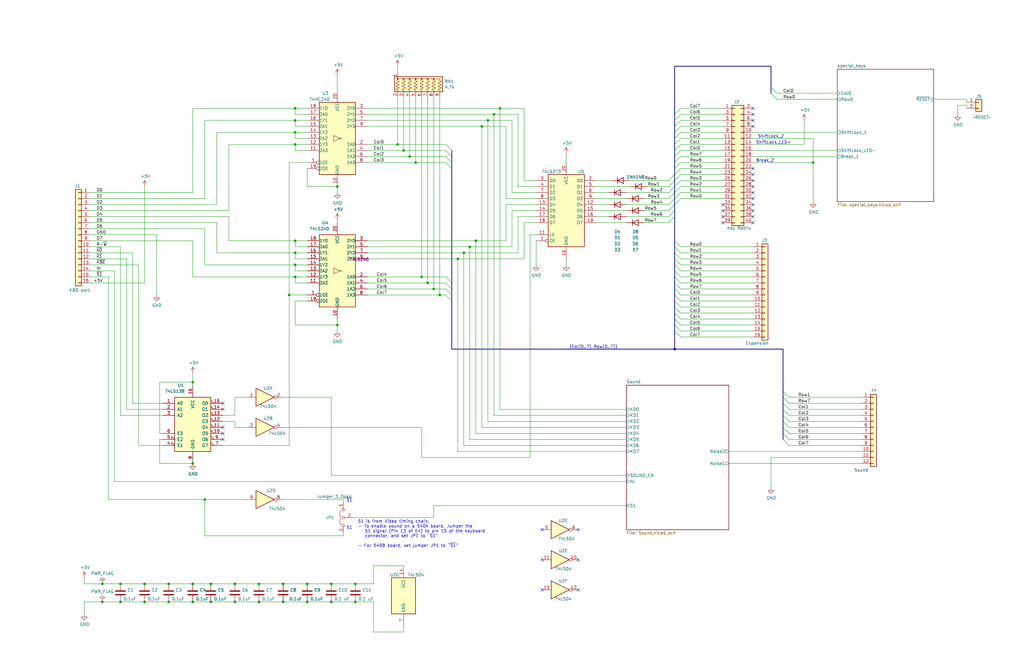
<source format=kicad_sch>
(kicad_sch (version 20230121) (generator eeschema)
  (paper "USLedger")
  (title_block (title "OSI Interface") (date "2023-11-22") (rev "2.0") (company "OSIWeb.org") (comment 1 "Main Keyboard Interface"))
  (junction (at 60.96 254))
  (junction (at 195.58 106.68))
  (junction (at 175.26 68.58))
  (junction (at 43.18 254))
  (junction (at 177.8 116.84))
  (junction (at 50.8 254))
  (junction (at 142.24 137.16))
  (junction (at 88.9 254))
  (junction (at 124.46 111.76))
  (junction (at 172.72 66.04))
  (junction (at 149.86 246.38))
  (junction (at 124.46 55.88))
  (junction (at 119.38 254))
  (junction (at 342.9 68.58))
  (junction (at 129.54 246.38))
  (junction (at 208.28 48.26))
  (junction (at 109.22 254))
  (junction (at 81.28 254))
  (junction (at 124.46 60.96))
  (junction (at 185.42 124.46))
  (junction (at 71.12 254))
  (junction (at 182.88 121.92))
  (junction (at 139.7 246.38))
  (junction (at 88.9 246.38))
  (junction (at 86.36 210.82))
  (junction (at 205.74 50.8))
  (junction (at 139.7 254))
  (junction (at 129.54 254))
  (junction (at 284.48 147.32))
  (junction (at 81.28 246.38))
  (junction (at 180.34 119.38))
  (junction (at 193.04 109.22))
  (junction (at 149.86 254))
  (junction (at 142.24 78.74))
  (junction (at 124.46 116.84))
  (junction (at 99.06 254))
  (junction (at 81.28 195.58))
  (junction (at 170.18 63.5))
  (junction (at 43.18 246.38))
  (junction (at 99.06 246.38))
  (junction (at 167.64 60.96))
  (junction (at 203.2 53.34))
  (junction (at 50.8 246.38))
  (junction (at 200.66 101.6))
  (junction (at 71.12 246.38))
  (junction (at 81.28 161.29))
  (junction (at 121.92 124.46))
  (junction (at 119.38 246.38))
  (junction (at 124.46 45.72))
  (junction (at 60.96 246.38))
  (junction (at 198.12 104.14))
  (junction (at 109.22 246.38))
  (junction (at 210.82 45.72))
  (junction (at 124.46 106.68))
  (junction (at 124.46 50.8))
  (junction (at 124.46 101.6))
  (no_connect (at 317.5 91.44))
  (no_connect (at 93.98 180.34))
  (no_connect (at 317.5 50.8))
  (no_connect (at 243.84 236.22))
  (no_connect (at 228.6 236.22))
  (no_connect (at 317.5 78.74))
  (no_connect (at 93.98 182.88))
  (no_connect (at 304.8 86.36))
  (no_connect (at 317.5 83.82))
  (no_connect (at 317.5 86.36))
  (no_connect (at 317.5 71.12))
  (no_connect (at 317.5 93.98))
  (no_connect (at 228.6 248.92))
  (no_connect (at 317.5 81.28))
  (no_connect (at 93.98 172.72))
  (no_connect (at 317.5 88.9))
  (no_connect (at 317.5 45.72))
  (no_connect (at 317.5 53.34))
  (no_connect (at 304.8 93.98))
  (no_connect (at 93.98 185.42))
  (no_connect (at 304.8 91.44))
  (no_connect (at 243.84 248.92))
  (no_connect (at 317.5 48.26))
  (no_connect (at 317.5 73.66))
  (no_connect (at 93.98 170.18))
  (no_connect (at 228.6 223.52))
  (no_connect (at 317.5 76.2))
  (no_connect (at 304.8 88.9))
  (no_connect (at 243.84 223.52))
  (bus_entry (at 284.48 71.12) (size 2.54 -2.54))
  (bus_entry (at 284.48 109.22) (size 2.54 2.54))
  (bus_entry (at 330.2 175.26) (size 2.54 2.54))
  (bus_entry (at 325.12 39.37) (size 2.54 2.54))
  (bus_entry (at 284.48 78.74) (size 2.54 -2.54))
  (bus_entry (at 284.48 58.42) (size 2.54 -2.54))
  (bus_entry (at 284.48 76.2) (size 2.54 -2.54))
  (bus_entry (at 281.94 88.9) (size 2.54 -2.54))
  (bus_entry (at 284.48 73.66) (size 2.54 -2.54))
  (bus_entry (at 187.96 116.84) (size 2.54 2.54))
  (bus_entry (at 284.48 81.28) (size 2.54 -2.54))
  (bus_entry (at 284.48 137.16) (size 2.54 2.54))
  (bus_entry (at 281.94 93.98) (size 2.54 -2.54))
  (bus_entry (at 281.94 78.74) (size 2.54 -2.54))
  (bus_entry (at 284.48 53.34) (size 2.54 -2.54))
  (bus_entry (at 281.94 81.28) (size 2.54 -2.54))
  (bus_entry (at 330.2 165.1) (size 2.54 2.54))
  (bus_entry (at 330.2 182.88) (size 2.54 2.54))
  (bus_entry (at 187.96 119.38) (size 2.54 2.54))
  (bus_entry (at 284.48 50.8) (size 2.54 -2.54))
  (bus_entry (at 284.48 86.36) (size 2.54 -2.54))
  (bus_entry (at 284.48 63.5) (size 2.54 -2.54))
  (bus_entry (at 284.48 66.04) (size 2.54 -2.54))
  (bus_entry (at 284.48 129.54) (size 2.54 2.54))
  (bus_entry (at 330.2 167.64) (size 2.54 2.54))
  (bus_entry (at 187.96 66.04) (size 2.54 2.54))
  (bus_entry (at 284.48 114.3) (size 2.54 2.54))
  (bus_entry (at 281.94 91.44) (size 2.54 -2.54))
  (bus_entry (at 330.2 180.34) (size 2.54 2.54))
  (bus_entry (at 284.48 55.88) (size 2.54 -2.54))
  (bus_entry (at 284.48 124.46) (size 2.54 2.54))
  (bus_entry (at 281.94 86.36) (size 2.54 -2.54))
  (bus_entry (at 187.96 121.92) (size 2.54 2.54))
  (bus_entry (at 284.48 48.26) (size 2.54 -2.54))
  (bus_entry (at 284.48 101.6) (size 2.54 2.54))
  (bus_entry (at 281.94 83.82) (size 2.54 -2.54))
  (bus_entry (at 284.48 106.68) (size 2.54 2.54))
  (bus_entry (at 330.2 185.42) (size 2.54 2.54))
  (bus_entry (at 187.96 68.58) (size 2.54 2.54))
  (bus_entry (at 284.48 111.76) (size 2.54 2.54))
  (bus_entry (at 284.48 60.96) (size 2.54 -2.54))
  (bus_entry (at 284.48 104.14) (size 2.54 2.54))
  (bus_entry (at 187.96 124.46) (size 2.54 2.54))
  (bus_entry (at 284.48 134.62) (size 2.54 2.54))
  (bus_entry (at 281.94 76.2) (size 2.54 -2.54))
  (bus_entry (at 284.48 83.82) (size 2.54 -2.54))
  (bus_entry (at 284.48 116.84) (size 2.54 2.54))
  (bus_entry (at 330.2 172.72) (size 2.54 2.54))
  (bus_entry (at 284.48 68.58) (size 2.54 -2.54))
  (bus_entry (at 330.2 170.18) (size 2.54 2.54))
  (bus_entry (at 284.48 121.92) (size 2.54 2.54))
  (bus_entry (at 187.96 63.5) (size 2.54 2.54))
  (bus_entry (at 325.12 36.83) (size 2.54 2.54))
  (bus_entry (at 284.48 127) (size 2.54 2.54))
  (bus_entry (at 284.48 139.7) (size 2.54 2.54))
  (bus_entry (at 284.48 119.38) (size 2.54 2.54))
  (bus_entry (at 284.48 132.08) (size 2.54 2.54))
  (bus_entry (at 330.2 177.8) (size 2.54 2.54))
  (bus_entry (at 187.96 60.96) (size 2.54 2.54))
  (bus (pts (xy 330.2 167.64) (xy 330.2 170.18)))
  (bus (pts (xy 284.48 127) (xy 284.48 129.54)))
  (wire (pts (xy 220.98 109.22) (xy 220.98 93.98)))
  (wire (pts (xy 124.46 50.8) (xy 129.54 50.8)))
  (wire (pts (xy 119.38 167.64) (xy 139.7 167.64)))
  (wire (pts (xy 265.43 76.2) (xy 281.94 76.2)))
  (wire (pts (xy 170.18 264.16) (xy 170.18 266.7)))
  (wire (pts (xy 124.46 116.84) (xy 124.46 119.38)))
  (wire (pts (xy 142.24 137.16) (xy 124.46 137.16)))
  (bus (pts (xy 325.12 36.83) (xy 325.12 39.37)))
  (wire (pts (xy 210.82 172.72) (xy 264.16 172.72)))
  (bus (pts (xy 284.48 81.28) (xy 284.48 83.82)))
  (wire (pts (xy 99.06 254) (xy 109.22 254)))
  (wire (pts (xy 124.46 45.72) (xy 129.54 45.72)))
  (wire (pts (xy 38.1 101.6) (xy 81.28 101.6)))
  (bus (pts (xy 284.48 101.6) (xy 284.48 104.14)))
  (wire (pts (xy 55.88 106.68) (xy 55.88 170.18)))
  (bus (pts (xy 330.2 172.72) (xy 330.2 175.26)))
  (wire (pts (xy 271.78 93.98) (xy 281.94 93.98)))
  (wire (pts (xy 38.1 99.06) (xy 66.04 99.06)))
  (bus (pts (xy 284.48 53.34) (xy 284.48 55.88)))
  (wire (pts (xy 271.78 88.9) (xy 281.94 88.9)))
  (wire (pts (xy 124.46 63.5) (xy 124.46 60.96)))
  (wire (pts (xy 185.42 124.46) (xy 187.96 124.46)))
  (wire (pts (xy 99.06 246.38) (xy 109.22 246.38)))
  (wire (pts (xy 124.46 109.22) (xy 129.54 109.22)))
  (wire (pts (xy 93.98 175.26) (xy 99.06 175.26)))
  (wire (pts (xy 50.8 254) (xy 60.96 254)))
  (wire (pts (xy 226.06 91.44) (xy 218.44 91.44)))
  (wire (pts (xy 124.46 48.26) (xy 129.54 48.26)))
  (wire (pts (xy 124.46 101.6) (xy 124.46 104.14)))
  (wire (pts (xy 154.94 63.5) (xy 170.18 63.5)))
  (wire (pts (xy 157.48 246.38) (xy 157.48 238.76)))
  (wire (pts (xy 287.02 81.28) (xy 304.8 81.28)))
  (wire (pts (xy 124.46 137.16) (xy 124.46 127)))
  (wire (pts (xy 53.34 172.72) (xy 68.58 172.72)))
  (wire (pts (xy 139.7 254) (xy 149.86 254)))
  (wire (pts (xy 124.46 101.6) (xy 129.54 101.6)))
  (bus (pts (xy 190.5 124.46) (xy 190.5 127)))
  (bus (pts (xy 284.48 137.16) (xy 284.48 139.7)))
  (wire (pts (xy 149.86 246.38) (xy 157.48 246.38)))
  (wire (pts (xy 287.02 119.38) (xy 317.5 119.38)))
  (wire (pts (xy 55.88 170.18) (xy 68.58 170.18)))
  (wire (pts (xy 218.44 48.26) (xy 218.44 78.74)))
  (wire (pts (xy 317.5 63.5) (xy 353.06 63.5)))
  (wire (pts (xy 213.36 101.6) (xy 213.36 86.36)))
  (wire (pts (xy 226.06 88.9) (xy 215.9 88.9)))
  (wire (pts (xy 172.72 66.04) (xy 187.96 66.04)))
  (bus (pts (xy 284.48 114.3) (xy 284.48 116.84)))
  (wire (pts (xy 200.66 182.88) (xy 264.16 182.88)))
  (wire (pts (xy 215.9 104.14) (xy 215.9 88.9)))
  (wire (pts (xy 154.94 106.68) (xy 195.58 106.68)))
  (wire (pts (xy 215.9 50.8) (xy 215.9 81.28)))
  (wire (pts (xy 154.94 121.92) (xy 182.88 121.92)))
  (bus (pts (xy 284.48 116.84) (xy 284.48 119.38)))
  (wire (pts (xy 124.46 106.68) (xy 129.54 106.68)))
  (wire (pts (xy 407.67 44.45) (xy 407.67 45.72)))
  (wire (pts (xy 38.1 88.9) (xy 96.52 88.9)))
  (wire (pts (xy 99.06 175.26) (xy 99.06 167.64)))
  (wire (pts (xy 48.26 203.2) (xy 264.16 203.2)))
  (wire (pts (xy 210.82 45.72) (xy 220.98 45.72)))
  (wire (pts (xy 60.96 254) (xy 71.12 254)))
  (wire (pts (xy 68.58 185.42) (xy 67.31 185.42)))
  (wire (pts (xy 182.88 213.36) (xy 264.16 213.36)))
  (wire (pts (xy 109.22 254) (xy 119.38 254)))
  (wire (pts (xy 210.82 45.72) (xy 210.82 172.72)))
  (wire (pts (xy 177.8 40.64) (xy 177.8 116.84)))
  (bus (pts (xy 284.48 129.54) (xy 284.48 132.08)))
  (wire (pts (xy 96.52 60.96) (xy 124.46 60.96)))
  (wire (pts (xy 144.78 210.82) (xy 144.78 212.09)))
  (wire (pts (xy 142.24 31.75) (xy 142.24 38.1)))
  (wire (pts (xy 38.1 81.28) (xy 81.28 81.28)))
  (bus (pts (xy 330.2 165.1) (xy 330.2 167.64)))
  (wire (pts (xy 195.58 187.96) (xy 264.16 187.96)))
  (wire (pts (xy 81.28 101.6) (xy 81.28 116.84)))
  (wire (pts (xy 121.92 124.46) (xy 121.92 187.96)))
  (wire (pts (xy 38.1 109.22) (xy 53.34 109.22)))
  (bus (pts (xy 284.48 121.92) (xy 284.48 124.46)))
  (bus (pts (xy 284.48 58.42) (xy 284.48 60.96)))
  (wire (pts (xy 287.02 116.84) (xy 317.5 116.84)))
  (wire (pts (xy 144.78 210.82) (xy 119.38 210.82)))
  (wire (pts (xy 251.46 81.28) (xy 256.54 81.28)))
  (wire (pts (xy 154.94 104.14) (xy 198.12 104.14)))
  (wire (pts (xy 124.46 58.42) (xy 124.46 55.88)))
  (wire (pts (xy 218.44 106.68) (xy 218.44 91.44)))
  (wire (pts (xy 67.31 161.29) (xy 81.28 161.29)))
  (wire (pts (xy 38.1 104.14) (xy 50.8 104.14)))
  (wire (pts (xy 177.8 180.34) (xy 177.8 193.04)))
  (wire (pts (xy 154.94 116.84) (xy 177.8 116.84)))
  (wire (pts (xy 175.26 40.64) (xy 175.26 68.58)))
  (wire (pts (xy 287.02 45.72) (xy 304.8 45.72)))
  (wire (pts (xy 332.74 182.88) (xy 363.22 182.88)))
  (wire (pts (xy 198.12 185.42) (xy 264.16 185.42)))
  (wire (pts (xy 124.46 50.8) (xy 124.46 53.34)))
  (bus (pts (xy 284.48 66.04) (xy 284.48 68.58)))
  (wire (pts (xy 332.74 172.72) (xy 363.22 172.72)))
  (wire (pts (xy 71.12 246.38) (xy 81.28 246.38)))
  (wire (pts (xy 287.02 50.8) (xy 304.8 50.8)))
  (bus (pts (xy 190.5 121.92) (xy 190.5 124.46)))
  (wire (pts (xy 287.02 121.92) (xy 317.5 121.92)))
  (wire (pts (xy 287.02 58.42) (xy 304.8 58.42)))
  (wire (pts (xy 139.7 167.64) (xy 139.7 200.66)))
  (wire (pts (xy 317.5 66.04) (xy 353.06 66.04)))
  (wire (pts (xy 86.36 96.52) (xy 86.36 111.76)))
  (wire (pts (xy 93.98 187.96) (xy 121.92 187.96)))
  (wire (pts (xy 38.1 114.3) (xy 48.26 114.3)))
  (wire (pts (xy 124.46 116.84) (xy 129.54 116.84)))
  (wire (pts (xy 327.66 41.91) (xy 353.06 41.91)))
  (wire (pts (xy 157.48 238.76) (xy 170.18 238.76)))
  (wire (pts (xy 193.04 190.5) (xy 264.16 190.5)))
  (bus (pts (xy 284.48 68.58) (xy 284.48 71.12)))
  (wire (pts (xy 119.38 180.34) (xy 177.8 180.34)))
  (wire (pts (xy 154.94 124.46) (xy 185.42 124.46)))
  (wire (pts (xy 170.18 63.5) (xy 187.96 63.5)))
  (wire (pts (xy 251.46 83.82) (xy 264.16 83.82)))
  (wire (pts (xy 287.02 129.54) (xy 317.5 129.54)))
  (wire (pts (xy 124.46 55.88) (xy 129.54 55.88)))
  (wire (pts (xy 124.46 111.76) (xy 124.46 114.3)))
  (wire (pts (xy 287.02 104.14) (xy 317.5 104.14)))
  (wire (pts (xy 139.7 200.66) (xy 264.16 200.66)))
  (wire (pts (xy 172.72 40.64) (xy 172.72 66.04)))
  (wire (pts (xy 48.26 114.3) (xy 48.26 203.2)))
  (wire (pts (xy 403.86 44.45) (xy 407.67 44.45)))
  (wire (pts (xy 332.74 187.96) (xy 363.22 187.96)))
  (bus (pts (xy 330.2 175.26) (xy 330.2 177.8)))
  (wire (pts (xy 45.72 210.82) (xy 86.36 210.82)))
  (bus (pts (xy 284.48 109.22) (xy 284.48 111.76)))
  (wire (pts (xy 205.74 50.8) (xy 215.9 50.8)))
  (bus (pts (xy 284.48 119.38) (xy 284.48 121.92)))
  (wire (pts (xy 251.46 76.2) (xy 257.81 76.2)))
  (wire (pts (xy 154.94 48.26) (xy 208.28 48.26)))
  (wire (pts (xy 332.74 185.42) (xy 363.22 185.42)))
  (wire (pts (xy 154.94 50.8) (xy 205.74 50.8)))
  (wire (pts (xy 281.94 78.74) (xy 273.05 78.74)))
  (bus (pts (xy 284.48 111.76) (xy 284.48 114.3)))
  (wire (pts (xy 203.2 53.34) (xy 213.36 53.34)))
  (wire (pts (xy 205.74 50.8) (xy 205.74 177.8)))
  (wire (pts (xy 167.64 27.94) (xy 167.64 30.48)))
  (wire (pts (xy 200.66 101.6) (xy 200.66 182.88)))
  (wire (pts (xy 182.88 40.64) (xy 182.88 121.92)))
  (wire (pts (xy 66.04 99.06) (xy 66.04 124.46)))
  (wire (pts (xy 332.74 180.34) (xy 363.22 180.34)))
  (wire (pts (xy 88.9 246.38) (xy 99.06 246.38)))
  (bus (pts (xy 284.48 50.8) (xy 284.48 53.34)))
  (wire (pts (xy 226.06 101.6) (xy 226.06 111.76)))
  (wire (pts (xy 287.02 114.3) (xy 317.5 114.3)))
  (wire (pts (xy 271.78 83.82) (xy 281.94 83.82)))
  (wire (pts (xy 205.74 177.8) (xy 264.16 177.8)))
  (wire (pts (xy 251.46 93.98) (xy 264.16 93.98)))
  (bus (pts (xy 190.5 71.12) (xy 190.5 119.38)))
  (wire (pts (xy 129.54 58.42) (xy 124.46 58.42)))
  (wire (pts (xy 287.02 53.34) (xy 304.8 53.34)))
  (wire (pts (xy 81.28 81.28) (xy 81.28 45.72)))
  (wire (pts (xy 124.46 45.72) (xy 124.46 48.26)))
  (wire (pts (xy 43.18 246.38) (xy 50.8 246.38)))
  (wire (pts (xy 407.67 41.91) (xy 407.67 43.18)))
  (wire (pts (xy 142.24 78.74) (xy 142.24 81.28)))
  (wire (pts (xy 327.66 39.37) (xy 353.06 39.37)))
  (wire (pts (xy 129.54 246.38) (xy 139.7 246.38)))
  (wire (pts (xy 264.16 81.28) (xy 281.94 81.28)))
  (wire (pts (xy 86.36 50.8) (xy 86.36 83.82)))
  (wire (pts (xy 342.9 68.58) (xy 342.9 85.09)))
  (wire (pts (xy 43.18 254) (xy 50.8 254)))
  (wire (pts (xy 332.74 177.8) (xy 363.22 177.8)))
  (wire (pts (xy 317.5 60.96) (xy 339.09 60.96)))
  (wire (pts (xy 157.48 254) (xy 149.86 254)))
  (bus (pts (xy 284.48 27.94) (xy 284.48 48.26)))
  (bus (pts (xy 284.48 106.68) (xy 284.48 109.22)))
  (bus (pts (xy 330.2 182.88) (xy 330.2 185.42)))
  (wire (pts (xy 129.54 63.5) (xy 124.46 63.5)))
  (wire (pts (xy 317.5 55.88) (xy 353.06 55.88)))
  (bus (pts (xy 284.48 88.9) (xy 284.48 91.44)))
  (bus (pts (xy 284.48 60.96) (xy 284.48 63.5)))
  (wire (pts (xy 332.74 175.26) (xy 363.22 175.26)))
  (wire (pts (xy 88.9 254) (xy 99.06 254)))
  (wire (pts (xy 154.94 119.38) (xy 180.34 119.38)))
  (wire (pts (xy 81.28 246.38) (xy 88.9 246.38)))
  (wire (pts (xy 154.94 60.96) (xy 167.64 60.96)))
  (wire (pts (xy 325.12 193.04) (xy 363.22 193.04)))
  (wire (pts (xy 200.66 101.6) (xy 213.36 101.6)))
  (wire (pts (xy 213.36 53.34) (xy 213.36 83.82)))
  (wire (pts (xy 226.06 81.28) (xy 215.9 81.28)))
  (wire (pts (xy 124.46 119.38) (xy 129.54 119.38)))
  (wire (pts (xy 177.8 116.84) (xy 187.96 116.84)))
  (wire (pts (xy 35.56 243.84) (xy 35.56 246.38)))
  (wire (pts (xy 175.26 68.58) (xy 187.96 68.58)))
  (wire (pts (xy 35.56 254) (xy 35.56 259.08)))
  (wire (pts (xy 35.56 246.38) (xy 43.18 246.38)))
  (wire (pts (xy 251.46 88.9) (xy 264.16 88.9)))
  (wire (pts (xy 223.52 99.06) (xy 223.52 193.04)))
  (wire (pts (xy 119.38 246.38) (xy 129.54 246.38)))
  (wire (pts (xy 180.34 119.38) (xy 187.96 119.38)))
  (wire (pts (xy 226.06 86.36) (xy 213.36 86.36)))
  (wire (pts (xy 195.58 106.68) (xy 218.44 106.68)))
  (wire (pts (xy 129.54 254) (xy 139.7 254)))
  (wire (pts (xy 96.52 60.96) (xy 96.52 88.9)))
  (wire (pts (xy 45.72 116.84) (xy 45.72 210.82)))
  (wire (pts (xy 170.18 266.7) (xy 157.48 266.7)))
  (wire (pts (xy 220.98 93.98) (xy 226.06 93.98)))
  (wire (pts (xy 38.1 106.68) (xy 55.88 106.68)))
  (bus (pts (xy 284.48 73.66) (xy 284.48 76.2)))
  (wire (pts (xy 124.46 106.68) (xy 124.46 109.22)))
  (wire (pts (xy 220.98 76.2) (xy 226.06 76.2)))
  (wire (pts (xy 154.94 53.34) (xy 203.2 53.34)))
  (wire (pts (xy 287.02 55.88) (xy 304.8 55.88)))
  (wire (pts (xy 208.28 48.26) (xy 208.28 175.26)))
  (wire (pts (xy 38.1 111.76) (xy 58.42 111.76)))
  (wire (pts (xy 50.8 246.38) (xy 60.96 246.38)))
  (wire (pts (xy 287.02 48.26) (xy 304.8 48.26)))
  (wire (pts (xy 142.24 134.62) (xy 142.24 137.16)))
  (wire (pts (xy 99.06 177.8) (xy 99.06 180.34)))
  (wire (pts (xy 167.64 40.64) (xy 167.64 60.96)))
  (wire (pts (xy 139.7 246.38) (xy 149.86 246.38)))
  (wire (pts (xy 157.48 266.7) (xy 157.48 254)))
  (bus (pts (xy 190.5 147.32) (xy 284.48 147.32)))
  (wire (pts (xy 287.02 137.16) (xy 317.5 137.16)))
  (wire (pts (xy 124.46 111.76) (xy 129.54 111.76)))
  (bus (pts (xy 284.48 139.7) (xy 284.48 147.32)))
  (bus (pts (xy 330.2 147.32) (xy 330.2 165.1)))
  (bus (pts (xy 284.48 86.36) (xy 284.48 88.9)))
  (wire (pts (xy 208.28 175.26) (xy 264.16 175.26)))
  (wire (pts (xy 58.42 111.76) (xy 58.42 187.96)))
  (wire (pts (xy 53.34 109.22) (xy 53.34 172.72)))
  (wire (pts (xy 307.34 195.58) (xy 363.22 195.58)))
  (wire (pts (xy 58.42 187.96) (xy 68.58 187.96)))
  (wire (pts (xy 38.1 119.38) (xy 60.96 119.38)))
  (wire (pts (xy 68.58 182.88) (xy 67.31 182.88)))
  (wire (pts (xy 99.06 180.34) (xy 104.14 180.34)))
  (wire (pts (xy 220.98 45.72) (xy 220.98 76.2)))
  (wire (pts (xy 287.02 68.58) (xy 304.8 68.58)))
  (wire (pts (xy 180.34 40.64) (xy 180.34 119.38)))
  (wire (pts (xy 287.02 139.7) (xy 317.5 139.7)))
  (wire (pts (xy 67.31 195.58) (xy 81.28 195.58)))
  (wire (pts (xy 124.46 104.14) (xy 129.54 104.14)))
  (wire (pts (xy 129.54 124.46) (xy 121.92 124.46)))
  (wire (pts (xy 393.7 41.91) (xy 407.67 41.91)))
  (wire (pts (xy 129.54 78.74) (xy 129.54 71.12)))
  (wire (pts (xy 251.46 91.44) (xy 256.54 91.44)))
  (bus (pts (xy 325.12 27.94) (xy 325.12 36.83)))
  (wire (pts (xy 91.44 93.98) (xy 91.44 106.68)))
  (wire (pts (xy 96.52 101.6) (xy 124.46 101.6)))
  (wire (pts (xy 317.5 68.58) (xy 342.9 68.58)))
  (wire (pts (xy 154.94 45.72) (xy 210.82 45.72)))
  (bus (pts (xy 330.2 170.18) (xy 330.2 172.72)))
  (wire (pts (xy 154.94 101.6) (xy 200.66 101.6)))
  (wire (pts (xy 307.34 190.5) (xy 363.22 190.5)))
  (bus (pts (xy 284.48 27.94) (xy 325.12 27.94)))
  (wire (pts (xy 124.46 60.96) (xy 129.54 60.96)))
  (wire (pts (xy 50.8 104.14) (xy 50.8 175.26)))
  (wire (pts (xy 99.06 167.64) (xy 104.14 167.64)))
  (bus (pts (xy 284.48 55.88) (xy 284.48 58.42)))
  (wire (pts (xy 38.1 93.98) (xy 91.44 93.98)))
  (wire (pts (xy 124.46 114.3) (xy 129.54 114.3)))
  (wire (pts (xy 86.36 210.82) (xy 104.14 210.82)))
  (bus (pts (xy 190.5 127) (xy 190.5 147.32)))
  (bus (pts (xy 190.5 119.38) (xy 190.5 121.92)))
  (wire (pts (xy 81.28 116.84) (xy 124.46 116.84)))
  (wire (pts (xy 124.46 127) (xy 129.54 127)))
  (bus (pts (xy 284.48 78.74) (xy 284.48 81.28)))
  (wire (pts (xy 109.22 246.38) (xy 119.38 246.38)))
  (wire (pts (xy 198.12 104.14) (xy 198.12 185.42)))
  (wire (pts (xy 238.76 64.77) (xy 238.76 68.58)))
  (wire (pts (xy 185.42 40.64) (xy 185.42 124.46)))
  (wire (pts (xy 124.46 53.34) (xy 129.54 53.34)))
  (wire (pts (xy 91.44 86.36) (xy 91.44 55.88)))
  (wire (pts (xy 226.06 83.82) (xy 213.36 83.82)))
  (wire (pts (xy 167.64 60.96) (xy 187.96 60.96)))
  (wire (pts (xy 203.2 53.34) (xy 203.2 180.34)))
  (wire (pts (xy 154.94 66.04) (xy 172.72 66.04)))
  (wire (pts (xy 332.74 170.18) (xy 363.22 170.18)))
  (wire (pts (xy 170.18 40.64) (xy 170.18 63.5)))
  (wire (pts (xy 287.02 111.76) (xy 317.5 111.76)))
  (bus (pts (xy 284.48 71.12) (xy 284.48 73.66)))
  (bus (pts (xy 284.48 132.08) (xy 284.48 134.62)))
  (wire (pts (xy 287.02 134.62) (xy 317.5 134.62)))
  (wire (pts (xy 287.02 78.74) (xy 304.8 78.74)))
  (wire (pts (xy 96.52 91.44) (xy 38.1 91.44)))
  (wire (pts (xy 287.02 76.2) (xy 304.8 76.2)))
  (wire (pts (xy 81.28 162.56) (xy 81.28 161.29)))
  (wire (pts (xy 287.02 109.22) (xy 317.5 109.22)))
  (bus (pts (xy 190.5 63.5) (xy 190.5 66.04)))
  (wire (pts (xy 86.36 50.8) (xy 124.46 50.8)))
  (wire (pts (xy 287.02 124.46) (xy 317.5 124.46)))
  (wire (pts (xy 287.02 71.12) (xy 304.8 71.12)))
  (wire (pts (xy 195.58 106.68) (xy 195.58 187.96)))
  (wire (pts (xy 226.06 99.06) (xy 223.52 99.06)))
  (bus (pts (xy 190.5 66.04) (xy 190.5 68.58)))
  (bus (pts (xy 284.48 134.62) (xy 284.48 137.16)))
  (wire (pts (xy 129.54 68.58) (xy 121.92 68.58)))
  (bus (pts (xy 190.5 68.58) (xy 190.5 71.12)))
  (wire (pts (xy 121.92 68.58) (xy 121.92 124.46)))
  (wire (pts (xy 38.1 116.84) (xy 45.72 116.84)))
  (wire (pts (xy 193.04 109.22) (xy 193.04 190.5)))
  (wire (pts (xy 93.98 177.8) (xy 99.06 177.8)))
  (wire (pts (xy 342.9 58.42) (xy 342.9 68.58)))
  (wire (pts (xy 403.86 48.26) (xy 403.86 44.45)))
  (wire (pts (xy 325.12 205.74) (xy 325.12 193.04)))
  (bus (pts (xy 284.48 83.82) (xy 284.48 86.36)))
  (bus (pts (xy 330.2 177.8) (xy 330.2 180.34)))
  (bus (pts (xy 284.48 124.46) (xy 284.48 127)))
  (wire (pts (xy 287.02 142.24) (xy 317.5 142.24)))
  (wire (pts (xy 91.44 55.88) (xy 124.46 55.88)))
  (wire (pts (xy 129.54 78.74) (xy 142.24 78.74)))
  (wire (pts (xy 287.02 127) (xy 317.5 127)))
  (wire (pts (xy 332.74 167.64) (xy 363.22 167.64)))
  (bus (pts (xy 284.48 76.2) (xy 284.48 78.74)))
  (bus (pts (xy 284.48 104.14) (xy 284.48 106.68)))
  (wire (pts (xy 86.36 210.82) (xy 86.36 226.06)))
  (wire (pts (xy 144.78 226.06) (xy 144.78 224.79)))
  (wire (pts (xy 251.46 78.74) (xy 265.43 78.74)))
  (wire (pts (xy 287.02 106.68) (xy 317.5 106.68)))
  (wire (pts (xy 287.02 66.04) (xy 304.8 66.04)))
  (wire (pts (xy 154.94 68.58) (xy 175.26 68.58)))
  (wire (pts (xy 287.02 132.08) (xy 317.5 132.08)))
  (wire (pts (xy 148.59 218.44) (xy 182.88 218.44)))
  (bus (pts (xy 284.48 147.32) (xy 330.2 147.32)))
  (wire (pts (xy 38.1 83.82) (xy 86.36 83.82)))
  (wire (pts (xy 81.28 161.29) (xy 81.28 157.48)))
  (wire (pts (xy 38.1 96.52) (xy 86.36 96.52)))
  (wire (pts (xy 238.76 109.22) (xy 238.76 111.76)))
  (wire (pts (xy 264.16 86.36) (xy 281.94 86.36)))
  (bus (pts (xy 284.48 48.26) (xy 284.48 50.8)))
  (wire (pts (xy 35.56 254) (xy 43.18 254)))
  (bus (pts (xy 284.48 91.44) (xy 284.48 101.6)))
  (wire (pts (xy 71.12 254) (xy 81.28 254)))
  (wire (pts (xy 81.28 45.72) (xy 124.46 45.72)))
  (wire (pts (xy 142.24 92.71) (xy 142.24 93.98)))
  (wire (pts (xy 287.02 63.5) (xy 304.8 63.5)))
  (wire (pts (xy 182.88 218.44) (xy 182.88 213.36)))
  (wire (pts (xy 67.31 185.42) (xy 67.31 195.58)))
  (wire (pts (xy 287.02 60.96) (xy 304.8 60.96)))
  (wire (pts (xy 182.88 121.92) (xy 187.96 121.92)))
  (wire (pts (xy 119.38 254) (xy 129.54 254)))
  (wire (pts (xy 154.94 109.22) (xy 193.04 109.22)))
  (wire (pts (xy 251.46 86.36) (xy 256.54 86.36)))
  (bus (pts (xy 330.2 180.34) (xy 330.2 182.88)))
  (wire (pts (xy 96.52 91.44) (xy 96.52 101.6)))
  (wire (pts (xy 177.8 193.04) (xy 223.52 193.04)))
  (wire (pts (xy 60.96 119.38) (xy 60.96 78.74)))
  (bus (pts (xy 284.48 63.5) (xy 284.48 66.04)))
  (wire (pts (xy 218.44 78.74) (xy 226.06 78.74)))
  (wire (pts (xy 287.02 73.66) (xy 304.8 73.66)))
  (wire (pts (xy 287.02 83.82) (xy 304.8 83.82)))
  (wire (pts (xy 50.8 175.26) (xy 68.58 175.26)))
  (wire (pts (xy 91.44 106.68) (xy 124.46 106.68)))
  (wire (pts (xy 86.36 111.76) (xy 124.46 111.76)))
  (wire (pts (xy 60.96 246.38) (xy 71.12 246.38)))
  (wire (pts (xy 86.36 226.06) (xy 144.78 226.06)))
  (wire (pts (xy 142.24 137.16) (xy 142.24 139.7)))
  (wire (pts (xy 317.5 58.42) (xy 342.9 58.42)))
  (wire (pts (xy 208.28 48.26) (xy 218.44 48.26)))
  (wire (pts (xy 81.28 254) (xy 88.9 254)))
  (wire (pts (xy 203.2 180.34) (xy 264.16 180.34)))
  (wire (pts (xy 339.09 50.8) (xy 339.09 60.96)))
  (wire (pts (xy 264.16 91.44) (xy 281.94 91.44)))
  (wire (pts (xy 38.1 86.36) (xy 91.44 86.36)))
  (wire (pts (xy 193.04 109.22) (xy 220.98 109.22)))
  (wire (pts (xy 67.31 182.88) (xy 67.31 161.29)))
  (wire (pts (xy 198.12 104.14) (xy 215.9 104.14)))
  (text "S1" (at 146.05 223.52 0) (effects (font (size 1.27 1.27)) (justify left bottom)))
  (text "ShiftLock_2" (at 319.532 58.42 0) (effects (font (size 1.27 1.27)) (justify left bottom)))
  (text "ShiftLock_LED+" (at 318.77 60.96 0) (effects (font (size 1.27 1.27)) (justify left bottom)))
  (text "S1 is from Video timing chain.  \n- To enable sound on a 540A board, Jumper the\n   S1 signal (Pin 13 of E4) to pin 15 of the keyboard \n   connector, and set JP1 to “S1”\n\n- For 540B board, set jumper JP1 to “~{S1}”" (at 150.876 231.14 0) (effects (font (size 1.27 1.27)) (justify left bottom)))
  (text "Break_2" (at 318.77 68.58 0) (effects (font (size 1.27 1.27)) (justify left bottom)))
  (text "~{S1}" (at 146.05 212.09 0) (effects (font (size 1.27 1.27)) (justify left bottom)))
  (label "Row3" (at 273.05 83.82 0))
  (label "Col3" (at 336.55 177.8 0))
  (label "Row1" (at 273.05 78.74 0))
  (label "Col5" (at 158.75 119.38 0))
  (label "Col1" (at 290.83 60.96 0))
  (label "Col2" (at 336.55 175.26 0))
  (label "Col6" (at 158.75 121.92 0))
  (label "Row7" (at 336.55 170.18 0))
  (label "Col1" (at 157.48 63.5 0))
  (label "Row0" (at 271.78 76.2 0))
  (label "Col1" (at 290.83 127 0))
  (label "Row5" (at 271.78 88.9 0))
  (label "Col0" (at 330.2 39.37 0))
  (label "Col2" (at 290.83 129.54 0))
  (label "Col5" (at 290.83 137.16 0))
  (label "D7" (at 40.64 101.6 0))
  (label "R-~{W}" (at 40.64 104.14 0))
  (label "D0" (at 40.64 81.28 0))
  (label "Col2" (at 290.83 58.42 0))
  (label "Row4" (at 274.32 86.36 0))
  (label "Col6" (at 336.55 185.42 0))
  (label "Row5" (at 290.83 71.12 0))
  (label "GND" (at 40.64 99.06 0))
  (label "Row1" (at 290.83 106.68 0))
  (label "D3" (at 40.64 88.9 0))
  (label "Col0" (at 157.48 60.96 0))
  (label "Row1" (at 290.83 81.28 0))
  (label "Row5" (at 290.83 116.84 0))
  (label "Row6" (at 274.32 91.44 0))
  (label "~{KBE}" (at 40.64 111.76 0))
  (label "Col7" (at 290.83 142.24 0))
  (label "Col3" (at 290.83 132.08 0))
  (label "Row3" (at 290.83 111.76 0))
  (label "D5" (at 40.64 93.98 0))
  (label "Row2" (at 290.83 109.22 0))
  (label "+5V" (at 39.37 119.38 0))
  (label "Col2" (at 157.48 66.04 0))
  (label "Col1" (at 336.55 172.72 0))
  (label "Col0" (at 290.83 124.46 0))
  (label "Row3" (at 290.83 76.2 0))
  (label "Row0" (at 330.2 41.91 0))
  (label "D6" (at 40.64 96.52 0))
  (label "D1" (at 40.64 83.82 0))
  (label "Col7" (at 290.83 45.72 0))
  (label "Col4" (at 336.55 180.34 0))
  (label "~{A1}" (at 40.64 109.22 0))
  (label "Row7" (at 271.78 93.98 0))
  (label "Row6" (at 290.83 119.38 0))
  (label "Row0" (at 290.83 104.14 0))
  (label "Row7" (at 290.83 121.92 0))
  (label "NI" (at 40.64 114.3 0))
  (label "Col7" (at 158.75 124.46 0))
  (label "Col0" (at 290.83 63.5 0))
  (label "Row0" (at 290.83 83.82 0))
  (label "Row2" (at 274.32 81.28 0))
  (label "D4" (at 40.64 91.44 0))
  (label "Col5" (at 336.55 182.88 0))
  (label "{Col[0..7] Row[0..7]}" (at 240.03 147.32 0))
  (label "Col5" (at 290.83 50.8 0))
  (label "Row6" (at 290.83 68.58 0))
  (label "Row2" (at 290.83 78.74 0))
  (label "~{A0}" (at 40.64 106.68 0))
  (label "Col6" (at 290.83 48.26 0))
  (label "Row4" (at 290.83 73.66 0))
  (label "Row4" (at 290.83 114.3 0))
  (label "Col6" (at 290.83 139.7 0))
  (label "~{S1}" (at 40.64 116.84 0))
  (label "Col3" (at 290.83 55.88 0))
  (label "D2" (at 40.64 86.36 0))
  (label "Row7" (at 290.83 66.04 0))
  (label "Row1" (at 336.55 167.64 0))
  (label "Col7" (at 336.55 187.96 0))
  (label "Col4" (at 158.75 116.84 0))
  (label "Col4" (at 290.83 134.62 0))
  (label "Col4" (at 290.83 53.34 0))
  (label "Col3" (at 157.48 68.58 0))
  (symbol (lib_id "power:GND") (at 66.04 124.46 0) (unit 1)
    (property "Reference" "#PWR04" (effects hide))
    (property "Value" "GND" (at 66.167 128.8542 0))
  )
  (symbol (lib_id "power:+5V") (at 60.96 78.74 0) (unit 1)
    (property "Reference" "#PWR01" (effects hide))
    (property "Value" "+5V" (at 61.341 74.3458 0))
  )
  (symbol (lib_id "power:+5V") (at 142.24 31.75 0) (unit 1)
    (property "Reference" "#PWR06" (effects hide))
    (property "Value" "+5V" (at 142.621 27.3558 0))
  )
  (symbol (lib_id "power:+5V") (at 142.24 92.71 0) (unit 1)
    (property "Reference" "#PWR08" (effects hide))
    (property "Value" "+5V" (at 142.621 88.3158 0))
  )
  (symbol (lib_id "power:+5V") (at 238.76 64.77 0) (unit 1)
    (property "Reference" "#PWR012" (effects hide))
    (property "Value" "+5V" (at 239.141 60.3758 0))
  )
  (symbol (lib_id "power:GND") (at 238.76 111.76 0) (unit 1)
    (property "Reference" "#PWR013" (effects hide))
    (property "Value" "GND" (at 238.887 116.1542 0))
  )
  (symbol (lib_id "power:GND") (at 142.24 139.7 0) (unit 1)
    (property "Reference" "#PWR09" (effects hide))
    (property "Value" "GND" (at 142.367 144.0942 0))
  )
  (symbol (lib_id "power:GND") (at 142.24 81.28 0) (unit 1)
    (property "Reference" "#PWR07" (effects hide))
    (property "Value" "GND" (at 142.367 85.6742 0))
  )
  (symbol (lib_id "power:GND") (at 226.06 111.76 0) (unit 1)
    (property "Reference" "#PWR011" (effects hide))
    (property "Value" "GND" (at 226.187 116.1542 0))
  )
  (symbol (lib_id "power:+5V") (at 35.56 243.84 0) (unit 1)
    (property "Reference" "#PWR02" (effects hide))
    (property "Value" "+5V" (at 35.941 239.4458 0))
  )
  (symbol (lib_id "power:GND") (at 35.56 259.08 0) (unit 1)
    (property "Reference" "#PWR03" (effects hide))
    (property "Value" "GND" (at 35.687 263.4742 0))
  )
  (symbol (lib_id "Device:C") (at 50.8 250.19 0) (unit 1)
    (property "Reference" "C1" (at 53.721 249.0216 0) (effects (justify left)))
    (property "Value" "0.1uF" (at 52.07 252.73 0) (effects (justify left)))
    (property "Footprint" "Capacitor_THT:C_Disc_D3.0mm_W2.0mm_P2.50mm" (effects hide))
  )
  (symbol (lib_id "Device:C") (at 60.96 250.19 0) (unit 1)
    (property "Reference" "C2" (at 63.881 249.0216 0) (effects (justify left)))
    (property "Value" "0.1uF" (at 62.23 252.73 0) (effects (justify left)))
    (property "Footprint" "Capacitor_THT:C_Disc_D3.0mm_W2.0mm_P2.50mm" (effects hide))
  )
  (symbol (lib_id "Device:C") (at 71.12 250.19 0) (unit 1)
    (property "Reference" "C3" (at 74.041 249.0216 0) (effects (justify left)))
    (property "Value" "0.1uF" (at 72.39 252.73 0) (effects (justify left)))
    (property "Footprint" "Capacitor_THT:C_Disc_D3.0mm_W2.0mm_P2.50mm" (effects hide))
  )
  (symbol (lib_id "Device:C") (at 81.28 250.19 0) (unit 1)
    (property "Reference" "C4" (at 84.201 249.0216 0) (effects (justify left)))
    (property "Value" "0.1uF" (at 82.55 252.73 0) (effects (justify left)))
    (property "Footprint" "Capacitor_THT:C_Disc_D3.0mm_W2.0mm_P2.50mm" (effects hide))
  )
  (symbol (lib_id "Device:R_Network08_US") (at 177.8 35.56 0) (unit 1)
    (property "Reference" "RN1" (at 187.452 34.3916 0) (effects (justify left)))
    (property "Value" "4.7k" (at 187.452 36.703 0) (effects (justify left)))
    (property "Footprint" "Resistor_THT:R_Array_SIP9" (effects hide))
    (property "Datasheet" "http://www.vishay.com/docs/31509/csc.pdf" (effects hide))
  )
  (symbol (lib_id "power:+5V") (at 167.64 27.94 0) (unit 1)
    (property "Reference" "#PWR010" (effects hide))
    (property "Value" "+5V" (at 168.021 23.5458 0))
  )
  (symbol (lib_id "Connector_Generic:Conn_02x20_Odd_Even") (at 309.88 68.58 0) (unit 1)
    (property "Reference" "J2" (at 310.642 42.926 0))
    (property "Value" "Key Matrix" (at 311.658 96.266 0))
    (property "Footprint" "unikbd:kbd_header_and_mounting_holes" (effects hide))
  )
  (symbol (lib_id "Connector_Generic:Conn_01x02") (at 412.75 43.18 0) (unit 1)
    (property "Reference" "J5" (at 411.48 40.64 0) (effects (justify left)))
    (property "Value" "~RESET~" (at 410.21 49.53 0) (effects (justify left)))
    (property "Footprint" "Connector_Molex:Molex_KK-396_A-41791-0002_1x02_P3.96mm_Vertical" (effects hide))
  )
  (symbol (lib_id "power:GND") (at 403.86 48.26 0) (unit 1)
    (property "Reference" "#PWR036" (effects hide))
    (property "Value" "GND" (at 403.987 52.6542 0))
  )
  (symbol (lib_id "unikbd:74LS240") (at 142.24 58.42 0) (unit 1)
    (property "Reference" "U3" (at 137.16 39.37 0))
    (property "Value" "74HC240" (at 134.62 41.91 0))
    (property "Footprint" "Package_DIP:DIP-20_W7.62mm" (effects hide))
    (property "Datasheet" "https://www.ti.com/lit/ds/symlink/sn74ls244.pdf" (effects hide))
    (property "Component Value" "74LS240" (effects hide))
    (property "Tolerance" "n/a" (effects hide))
    (property "Manufacturer" "Texas Instrument" (effects hide))
    (property "Manufacturer Link" "https://www.ti.com/product/SN74LS240?keyMatch=SN74LS240&tisearch=search-everything&usecase=GPN-ALT" (effects hide))
    (property "RoHS Document Link" "https://4donline.ihs.com/images/VipMasterIC/IC/TXII/TXII-E-A0013673131/TXII-E-A0013673131-1.pdf?hkey=6D0214268300F1406B835FE51CB13195" (effects hide))
    (property "Manufacturer PN" "SN74LS240N " (effects hide))
    (property "RoHS" "Yes" (effects hide))
    (property "Allow Substitution" "Yes" (effects hide))
    (property "Fitted" "Yes" (effects hide))
    (property "Tracking" "No" (effects hide))
    (property "Component Type" "(Resistor / Capacitor / Bipolar Transistor, etc.)" (effects hide))
    (property "Number of Pins" "If applicable" (effects hide))
    (property "Temp (Storage)" "If applicable" (effects hide))
    (property "Temp (Operating)" "If applicable" (effects hide))
    (property "Temp (Soldering)" "If applicable" (effects hide))
    (property "Temp Coeff." "If applicable" (effects hide))
    (property "Power Rating" "If applicable" (effects hide))
    (property "Material" "If applicable" (effects hide))
    (property "Class" "If applicable" (effects hide))
    (property "Standards Version" "1.1" (effects hide))
  )
  (symbol (lib_id "unikbd:74LS240") (at 142.24 114.3 0) (unit 1)
    (property "Reference" "U4" (at 137.16 93.98 0))
    (property "Value" "74LS240" (at 134.62 96.52 0))
    (property "Footprint" "Package_DIP:DIP-20_W7.62mm" (effects hide))
    (property "Datasheet" "https://www.ti.com/lit/ds/symlink/sn74ls244.pdf" (effects hide))
    (property "Component Value" "74LS240" (at 151.384 109.474 0))
    (property "Tolerance" "n/a" (effects hide))
    (property "Manufacturer" "Texas Instrument" (effects hide))
    (property "Manufacturer Link" "https://www.ti.com/product/SN74LS240?keyMatch=SN74LS240&tisearch=search-everything&usecase=GPN-ALT" (effects hide))
    (property "RoHS Document Link" "https://4donline.ihs.com/images/VipMasterIC/IC/TXII/TXII-E-A0013673131/TXII-E-A0013673131-1.pdf?hkey=6D0214268300F1406B835FE51CB13195" (effects hide))
    (property "Manufacturer PN" "SN74LS240N " (effects hide))
    (property "RoHS" "Yes" (effects hide))
    (property "Allow Substitution" "Yes" (effects hide))
    (property "Fitted" "Yes" (effects hide))
    (property "Tracking" "No" (effects hide))
    (property "Component Type" "(Resistor / Capacitor / Bipolar Transistor, etc.)" (effects hide))
    (property "Number of Pins" "If applicable" (effects hide))
    (property "Temp (Storage)" "If applicable" (effects hide))
    (property "Temp (Operating)" "If applicable" (effects hide))
    (property "Temp (Soldering)" "If applicable" (effects hide))
    (property "Temp Coeff." "If applicable" (effects hide))
    (property "Power Rating" "If applicable" (effects hide))
    (property "Material" "If applicable" (effects hide))
    (property "Class" "If applicable" (effects hide))
    (property "Standards Version" "1.1" (effects hide))
  )
  (symbol (lib_id "74xx:74LS373") (at 238.76 88.9 0) (unit 1)
    (property "Reference" "U5" (at 245.11 72.39 0))
    (property "Value" "74LS373" (at 232.41 72.39 0))
    (property "Footprint" "Package_DIP:DIP-20_W7.62mm" (effects hide))
    (property "Datasheet" "http://www.ti.com/lit/gpn/sn74LS373" (effects hide))
  )
  (symbol (lib_id "74xx:74LS138") (at 81.28 177.8 0) (unit 1)
    (property "Reference" "U1" (at 76.2 162.56 0))
    (property "Value" "74LS138" (at 73.66 165.1 0))
    (property "Footprint" "Package_DIP:DIP-16_W7.62mm" (effects hide))
    (property "Datasheet" "http://www.ti.com/lit/gpn/sn74LS138" (effects hide))
  )
  (symbol (lib_id "power:GND") (at 81.28 195.58 0) (unit 1)
    (property "Reference" "#PWR05" (effects hide))
    (property "Value" "GND" (at 81.407 199.9742 0))
  )
  (symbol (lib_id "74xx:74LS04") (at 111.76 167.64 0) (unit 1)
    (property "Reference" "U2" (at 113.03 163.83 0))
    (property "Value" "74LS04" (at 113.03 171.45 0))
    (property "Footprint" "Package_DIP:DIP-14_W7.62mm" (effects hide))
    (property "Datasheet" "http://www.ti.com/lit/gpn/sn74LS04" (effects hide))
  )
  (symbol (lib_id "74xx:74LS04") (at 111.76 180.34 0) (unit 2)
    (property "Reference" "U2" (at 113.03 176.53 0))
    (property "Value" "74LS04" (at 116.84 182.88 0))
    (property "Footprint" "Package_DIP:DIP-14_W7.62mm" (effects hide))
    (property "Datasheet" "http://www.ti.com/lit/gpn/sn74LS04" (effects hide))
  )
  (symbol (lib_id "74xx:74LS04") (at 236.22 223.52 0) (unit 3)
    (property "Reference" "U2" (at 237.49 219.71 0))
    (property "Value" "74LS04" (at 238.76 227.33 0))
    (property "Footprint" "Package_DIP:DIP-14_W7.62mm" (effects hide))
    (property "Datasheet" "http://www.ti.com/lit/gpn/sn74LS04" (effects hide))
  )
  (symbol (lib_id "74xx:74LS04") (at 111.76 210.82 0) (unit 4)
    (property "Reference" "U2" (at 114.3 207.01 0))
    (property "Value" "74LS04" (at 116.84 214.63 0))
    (property "Footprint" "Package_DIP:DIP-14_W7.62mm" (effects hide))
    (property "Datasheet" "http://www.ti.com/lit/gpn/sn74LS04" (effects hide))
  )
  (symbol (lib_id "power:+5V") (at 81.28 157.48 0) (unit 1)
    (property "Reference" "#PWR0102" (effects hide))
    (property "Value" "+5V" (at 81.661 153.0858 0))
  )
  (symbol (lib_id "power:PWR_FLAG") (at 43.18 246.38 0) (unit 1)
    (property "Reference" "#FLG01" (effects hide))
    (property "Value" "PWR_FLAG" (at 43.18 241.9858 0))
  )
  (symbol (lib_id "power:PWR_FLAG") (at 43.18 254 0) (unit 1)
    (property "Reference" "#FLG02" (effects hide))
    (property "Value" "PWR_FLAG" (at 43.18 249.6058 0))
  )
  (symbol (lib_id "Connector_Generic:Conn_01x16") (at 33.02 99.06 0) (mirror y) (unit 1)
    (property "Reference" "J1" (at 32.766 78.486 0))
    (property "Value" "KBD port" (at 33.528 122.428 0))
    (property "Footprint" "Package_DIP:DIP-16_W7.62mm_Socket" (effects hide))
  )
  (symbol (lib_id "Connector_Generic:Conn_01x16") (at 322.58 121.92 0) (unit 1)
    (property "Reference" "J3" (at 322.326 101.346 0))
    (property "Value" "Expansion" (at 319.278 144.78 0))
    (property "Footprint" "Package_DIP:DIP-16_W7.62mm_Socket" (effects hide))
  )
  (symbol (lib_id "Diode:1N4148") (at 261.62 76.2 0) (unit 1)
    (property "Reference" "D4" (at 260.35 97.79 0))
    (property "Value" "1N4148" (effects hide))
    (property "Footprint" "unikbd:D_DO-35_SOD27_P7.62mm_Horizontal_bypassed" (effects hide))
    (property "Datasheet" "https://assets.nexperia.com/documents/data-sheet/1N4148_1N4448.pdf" (effects hide))
    (property "Sim.Device" "D" (effects hide))
    (property "Sim.Pins" "1=K 2=A" (effects hide))
  )
  (symbol (lib_id "Diode:1N4148") (at 269.24 78.74 0) (unit 1)
    (property "Reference" "D8" (at 267.97 97.79 0))
    (property "Value" "1N4148" (effects hide))
    (property "Footprint" "unikbd:D_DO-35_SOD27_P7.62mm_Horizontal_bypassed" (effects hide))
    (property "Datasheet" "https://assets.nexperia.com/documents/data-sheet/1N4148_1N4448.pdf" (effects hide))
    (property "Sim.Device" "D" (effects hide))
    (property "Sim.Pins" "1=K 2=A" (effects hide))
  )
  (symbol (lib_id "Diode:1N4148") (at 260.35 81.28 0) (unit 1)
    (property "Reference" "D1" (at 260.35 100.33 0))
    (property "Value" "1N4148" (effects hide))
    (property "Footprint" "unikbd:D_DO-35_SOD27_P7.62mm_Horizontal_bypassed" (effects hide))
    (property "Datasheet" "https://assets.nexperia.com/documents/data-sheet/1N4148_1N4448.pdf" (effects hide))
    (property "Sim.Device" "D" (effects hide))
    (property "Sim.Pins" "1=K 2=A" (effects hide))
  )
  (symbol (lib_id "Diode:1N4148") (at 267.97 83.82 0) (unit 1)
    (property "Reference" "D5" (at 267.97 100.33 0))
    (property "Value" "1N4148" (effects hide))
    (property "Footprint" "unikbd:D_DO-35_SOD27_P7.62mm_Horizontal_bypassed" (effects hide))
    (property "Datasheet" "https://assets.nexperia.com/documents/data-sheet/1N4148_1N4448.pdf" (effects hide))
    (property "Sim.Device" "D" (effects hide))
    (property "Sim.Pins" "1=K 2=A" (effects hide))
  )
  (symbol (lib_id "Diode:1N4148") (at 260.35 86.36 0) (unit 1)
    (property "Reference" "D2" (at 260.35 102.87 0))
    (property "Value" "1N4148" (effects hide))
    (property "Footprint" "unikbd:D_DO-35_SOD27_P7.62mm_Horizontal_bypassed" (effects hide))
    (property "Datasheet" "https://assets.nexperia.com/documents/data-sheet/1N4148_1N4448.pdf" (effects hide))
    (property "Sim.Device" "D" (effects hide))
    (property "Sim.Pins" "1=K 2=A" (effects hide))
  )
  (symbol (lib_id "Diode:1N4148") (at 267.97 88.9 0) (unit 1)
    (property "Reference" "D6" (at 267.97 102.87 0))
    (property "Value" "1N4148" (effects hide))
    (property "Footprint" "unikbd:D_DO-35_SOD27_P7.62mm_Horizontal_bypassed" (effects hide))
    (property "Datasheet" "https://assets.nexperia.com/documents/data-sheet/1N4148_1N4448.pdf" (effects hide))
    (property "Sim.Device" "D" (effects hide))
    (property "Sim.Pins" "1=K 2=A" (effects hide))
  )
  (symbol (lib_id "Diode:1N4148") (at 260.35 91.44 0) (unit 1)
    (property "Reference" "D3" (at 260.35 105.41 0))
    (property "Value" "1N4148" (effects hide))
    (property "Footprint" "unikbd:D_DO-35_SOD27_P7.62mm_Horizontal_bypassed" (effects hide))
    (property "Datasheet" "https://assets.nexperia.com/documents/data-sheet/1N4148_1N4448.pdf" (effects hide))
    (property "Sim.Device" "D" (effects hide))
    (property "Sim.Pins" "1=K 2=A" (effects hide))
  )
  (symbol (lib_id "Diode:1N4148") (at 267.97 93.98 0) (unit 1)
    (property "Reference" "D7" (at 267.97 105.41 0))
    (property "Value" "1N4148" (at 267.97 74.676 0))
    (property "Footprint" "unikbd:D_DO-35_SOD27_P7.62mm_Horizontal_bypassed" (effects hide))
    (property "Datasheet" "https://assets.nexperia.com/documents/data-sheet/1N4148_1N4448.pdf" (effects hide))
    (property "Sim.Device" "D" (effects hide))
    (property "Sim.Pins" "1=K 2=A" (effects hide))
  )
  (symbol (lib_id "Device:C") (at 88.9 250.19 0) (unit 1)
    (property "Reference" "C5" (at 91.821 249.0216 0) (effects (justify left)))
    (property "Value" "0.1uF" (at 90.17 252.73 0) (effects (justify left)))
    (property "Footprint" "Capacitor_THT:C_Disc_D3.0mm_W2.0mm_P2.50mm" (effects hide))
  )
  (symbol (lib_id "Device:C") (at 99.06 250.19 0) (unit 1)
    (property "Reference" "C6" (at 101.981 249.0216 0) (effects (justify left)))
    (property "Value" "0.1uF" (at 100.33 252.73 0) (effects (justify left)))
    (property "Footprint" "Capacitor_THT:C_Disc_D3.0mm_W2.0mm_P2.50mm" (effects hide))
  )
  (symbol (lib_id "Device:C") (at 109.22 250.19 0) (unit 1)
    (property "Reference" "C7" (at 112.141 249.0216 0) (effects (justify left)))
    (property "Value" "0.1uF" (at 110.49 252.73 0) (effects (justify left)))
    (property "Footprint" "Capacitor_THT:C_Disc_D3.0mm_W2.0mm_P2.50mm" (effects hide))
  )
  (symbol (lib_id "Device:C") (at 119.38 250.19 0) (unit 1)
    (property "Reference" "C8" (at 122.301 249.0216 0) (effects (justify left)))
    (property "Value" "0.1uF" (at 121.92 252.73 0) (effects (justify left)))
    (property "Footprint" "Capacitor_THT:C_Disc_D3.0mm_W2.0mm_P2.50mm" (effects hide))
  )
  (symbol (lib_id "Device:C") (at 129.54 250.19 0) (unit 1)
    (property "Reference" "C9" (at 132.461 249.0216 0) (effects (justify left)))
    (property "Value" "0.1uF" (at 130.81 252.73 0) (effects (justify left)))
    (property "Footprint" "Capacitor_THT:C_Disc_D3.0mm_W2.0mm_P2.50mm" (effects hide))
  )
  (symbol (lib_id "power:GND") (at 325.12 205.74 0) (unit 1)
    (property "Reference" "#PWR014" (effects hide))
    (property "Value" "GND" (at 325.247 210.1342 0))
  )
  (symbol (lib_id "Connector_Generic:Conn_01x12") (at 368.3 180.34 0) (unit 1)
    (property "Reference" "J4" (at 367.284 164.592 0) (effects (justify left)))
    (property "Value" "Sound" (at 360.172 198.374 0) (effects (justify left)))
    (property "Footprint" "Connector_Molex:Molex_KK-396_A-41791-0012_1x12_P3.96mm_Vertical" (effects hide))
  )
  (symbol (lib_id "Device:C") (at 139.7 250.19 0) (unit 1)
    (property "Reference" "C10" (at 142.621 249.0216 0) (effects (justify left)))
    (property "Value" "0.1 uF" (at 140.97 252.73 0) (effects (justify left)))
    (property "Footprint" "Capacitor_THT:C_Disc_D3.0mm_W2.0mm_P2.50mm" (effects hide))
  )
  (symbol (lib_id "Device:C") (at 149.86 250.19 0) (unit 1)
    (property "Reference" "C11" (at 152.781 249.0216 0) (effects (justify left)))
    (property "Value" "0.1 uF" (at 151.13 252.73 0) (effects (justify left)))
    (property "Footprint" "Capacitor_THT:C_Disc_D3.0mm_W2.0mm_P2.50mm" (effects hide))
  )
  (symbol (lib_id "Jumper:Jumper_3_Open") (at 144.78 218.44 90) (unit 1)
    (property "Reference" "JP1" (at 139.0904 218.44 90))
    (property "Value" "Jumper_3_Open" (at 140.97 209.55 90))
    (property "Footprint" "Connector_PinHeader_2.54mm:PinHeader_1x03_P2.54mm_Horizontal" (effects hide))
  )
  (symbol (lib_id "74xx:74LS04") (at 236.22 236.22 0) (unit 5)
    (property "Reference" "U2" (at 237.49 232.41 0))
    (property "Value" "74LS04" (at 237.49 240.03 0))
    (property "Footprint" "Package_DIP:DIP-14_W7.62mm" (effects hide))
    (property "Datasheet" "http://www.ti.com/lit/gpn/sn74LS04" (effects hide))
  )
  (symbol (lib_id "74xx:74LS04") (at 236.22 248.92 0) (unit 6)
    (property "Reference" "U2" (at 237.49 245.11 0))
    (property "Value" "74LS04" (at 237.49 252.73 0))
    (property "Footprint" "Package_DIP:DIP-14_W7.62mm" (effects hide))
    (property "Datasheet" "http://www.ti.com/lit/gpn/sn74LS04" (effects hide))
  )
  (symbol (lib_id "power:GND") (at 342.9 85.09 0) (unit 1)
    (property "Reference" "#PWR026" (effects hide))
    (property "Value" "GND" (at 343.027 89.4842 0))
  )
  (symbol (lib_id "power:+5V") (at 339.09 50.8 0) (unit 1)
    (property "Reference" "#PWR015" (effects hide))
    (property "Value" "+5V" (at 339.471 46.4058 0))
  )
  (symbol (lib_id "74xx:74LS04") (at 170.18 251.46 0) (unit 7)
    (property "Reference" "U2" (at 166.37 242.57 0))
    (property "Value" "74LS04" (at 175.26 242.57 0))
    (property "Footprint" "Package_DIP:DIP-14_W7.62mm" (effects hide))
    (property "Datasheet" "http://www.ti.com/lit/gpn/sn74LS04" (effects hide))
  )
  (sheet (at 353.06 29.21) (size 40.64 55.88)
    (property "Sheetname" "special_keys" (at 353.06 28.4984 0) (effects (justify left bottom)))
    (property "Sheetfile" "special_keys.kicad_sch" (at 353.06 85.6746 0) (effects (justify left top)))
    (pin "~{RESET}" input (at 393.7 41.91 0))
    (pin "Col0" input (at 353.06 39.37 180))
    (pin "Row0" output (at 353.06 41.91 180))
    (pin "ShiftLock_1" passive (at 353.06 55.88 180))
    (pin "ShiftLock_LED-" output (at 353.06 63.5 180))
    (pin "Break_1" passive (at 353.06 66.04 180))
  )
  (sheet (at 264.16 162.56) (size 43.18 60.96)
    (property "Sheetname" "Sound" (at 264.16 161.8484 0) (effects (justify left bottom)))
    (property "Sheetfile" "Sound.kicad_sch" (at 264.16 224.1046 0) (effects (justify left top)))
    (pin "KD0" input (at 264.16 172.72 180))
    (pin "KD1" input (at 264.16 175.26 180))
    (pin "KD2" input (at 264.16 177.8 180))
    (pin "KD3" input (at 264.16 180.34 180))
    (pin "KD4" input (at 264.16 182.88 180))
    (pin "KD5" input (at 264.16 185.42 180))
    (pin "KD6" input (at 264.16 187.96 180))
    (pin "KD7" input (at 264.16 190.5 180))
    (pin "NI" input (at 264.16 203.2 180))
    (pin "S1" input (at 264.16 213.36 180))
    (pin "Noise1" output (at 307.34 195.58 0))
    (pin "Noise2" output (at 307.34 190.5 0))
    (pin "SOUND_EN" input (at 264.16 200.66 180))
  )
)
</source>
